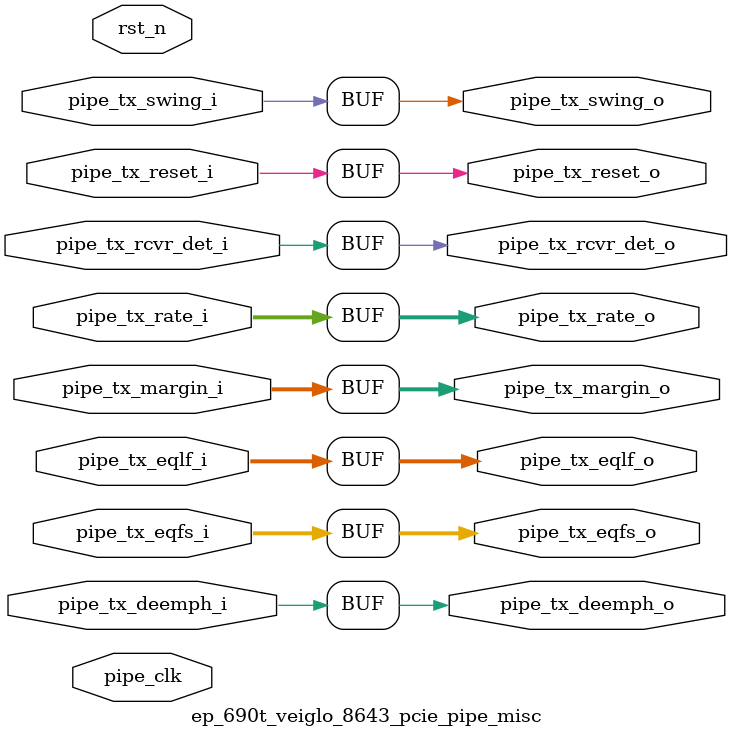
<source format=v>

`timescale 1ps/1ps

module ep_690t_veiglo_8643_pcie_pipe_misc #
(
  parameter        TCQ = 100,
  parameter        PIPE_PIPELINE_STAGES = 0    // 0 - 0 stages, 1 - 1 stage, 2 - 2 stages
) (

  input   wire        pipe_tx_rcvr_det_i      ,     // PIPE Tx Receiver Detect
  input   wire        pipe_tx_reset_i         ,     // PIPE Tx Reset
  input   wire [1:0]  pipe_tx_rate_i          ,     // PIPE Tx Rate
  input   wire        pipe_tx_deemph_i        ,     // PIPE Tx Deemphasis
  input   wire [2:0]  pipe_tx_margin_i        ,     // PIPE Tx Margin
  input   wire        pipe_tx_swing_i         ,     // PIPE Tx Swing
  input   wire [5:0]  pipe_tx_eqfs_i          ,     // PIPE Tx
  input   wire [5:0]  pipe_tx_eqlf_i          ,     // PIPE Tx
  output  wire        pipe_tx_rcvr_det_o      ,     // Pipelined PIPE Tx Receiver Detect
  output  wire        pipe_tx_reset_o         ,     // Pipelined PIPE Tx Reset
  output  wire [1:0]  pipe_tx_rate_o          ,     // Pipelined PIPE Tx Rate
  output  wire        pipe_tx_deemph_o        ,     // Pipelined PIPE Tx Deemphasis
  output  wire [2:0]  pipe_tx_margin_o        ,     // Pipelined PIPE Tx Margin
  output  wire        pipe_tx_swing_o         ,     // Pipelined PIPE Tx Swing
  output wire [5:0]  pipe_tx_eqfs_o           ,     // PIPE Tx
  output wire [5:0]  pipe_tx_eqlf_o           ,     // PIPE Tx

  input   wire        pipe_clk                ,     // PIPE Clock
  input   wire        rst_n                         // Reset
);

  //******************************************************************//
  // Reality check.                                                   //
  //******************************************************************//

  reg                pipe_tx_rcvr_det_q       ;
  reg                pipe_tx_reset_q          ;
  reg [1:0]          pipe_tx_rate_q           ;
  reg                pipe_tx_deemph_q         ;
  reg [2:0]          pipe_tx_margin_q         ;
  reg                pipe_tx_swing_q          ;
  reg                pipe_tx_eqfs_q          ;
  reg                pipe_tx_eqlf_q          ;

  reg                pipe_tx_rcvr_det_qq      ;
  reg                pipe_tx_reset_qq         ;
  reg [1:0]          pipe_tx_rate_qq          ;
  reg                pipe_tx_deemph_qq        ;
  reg [2:0]          pipe_tx_margin_qq        ;
  reg                pipe_tx_swing_qq         ;
  reg                pipe_tx_eqfs_qq          ;
  reg                pipe_tx_eqlf_qq          ;


  generate

  if (PIPE_PIPELINE_STAGES == 0) begin : pipe_stages_0

      assign pipe_tx_rcvr_det_o = pipe_tx_rcvr_det_i;
      assign pipe_tx_reset_o    = pipe_tx_reset_i;
      assign pipe_tx_rate_o     = pipe_tx_rate_i;
      assign pipe_tx_deemph_o   = pipe_tx_deemph_i;
      assign pipe_tx_margin_o   = pipe_tx_margin_i;
      assign pipe_tx_swing_o    = pipe_tx_swing_i;
      assign pipe_tx_eqfs_o     = pipe_tx_eqfs_i;
      assign pipe_tx_eqlf_o     = pipe_tx_eqlf_i;

  end // if (PIPE_PIPELINE_STAGES == 0)
  else if (PIPE_PIPELINE_STAGES == 1) begin : pipe_stages_1

    always @(posedge pipe_clk) begin

      if (!rst_n)
      begin

        pipe_tx_rcvr_det_q <= #TCQ 1'b0;
        pipe_tx_reset_q    <= #TCQ 1'b1;
        pipe_tx_rate_q     <= #TCQ 2'b0;
        pipe_tx_deemph_q   <= #TCQ 1'b1;
        pipe_tx_margin_q   <= #TCQ 3'b0;
        pipe_tx_swing_q    <= #TCQ 1'b0;
        pipe_tx_eqfs_q     <= #TCQ 5'b0;
        pipe_tx_eqlf_q     <= #TCQ 5'b0;

      end
      else
      begin

        pipe_tx_rcvr_det_q <= #TCQ pipe_tx_rcvr_det_i;
        pipe_tx_reset_q    <= #TCQ pipe_tx_reset_i;
        pipe_tx_rate_q     <= #TCQ pipe_tx_rate_i;
        pipe_tx_deemph_q   <= #TCQ pipe_tx_deemph_i;
        pipe_tx_margin_q   <= #TCQ pipe_tx_margin_i;
        pipe_tx_swing_q    <= #TCQ pipe_tx_swing_i;
        pipe_tx_eqfs_q     <= #TCQ pipe_tx_eqfs_i;
        pipe_tx_eqlf_q     <= #TCQ pipe_tx_eqlf_i;

      end

    end

    assign pipe_tx_rcvr_det_o = pipe_tx_rcvr_det_q;
    assign pipe_tx_reset_o    = pipe_tx_reset_q;
    assign pipe_tx_rate_o     = pipe_tx_rate_q;
    assign pipe_tx_deemph_o   = pipe_tx_deemph_q;
    assign pipe_tx_margin_o   = pipe_tx_margin_q;
    assign pipe_tx_swing_o    = pipe_tx_swing_q;
    assign pipe_tx_eqfs_o     = pipe_tx_eqfs_q;
    assign pipe_tx_eqlf_o     = pipe_tx_eqlf_q;

  end // if (PIPE_PIPELINE_STAGES == 1)
  else if (PIPE_PIPELINE_STAGES == 2) begin : pipe_stages_2

    always @(posedge pipe_clk) begin

      if (!rst_n)
      begin

        pipe_tx_rcvr_det_q  <= #TCQ 1'b0;
        pipe_tx_reset_q     <= #TCQ 1'b1;
        pipe_tx_rate_q      <= #TCQ 2'b0;
        pipe_tx_deemph_q    <= #TCQ 1'b1;
        pipe_tx_margin_q    <= #TCQ 1'b0;
        pipe_tx_swing_q     <= #TCQ 1'b0;
        pipe_tx_eqfs_q      <= #TCQ 5'b0;
        pipe_tx_eqlf_q      <= #TCQ 5'b0;

        pipe_tx_rcvr_det_qq <= #TCQ 1'b0;
        pipe_tx_reset_qq    <= #TCQ 1'b1;
        pipe_tx_rate_qq     <= #TCQ 2'b0;
        pipe_tx_deemph_qq   <= #TCQ 1'b1;
        pipe_tx_margin_qq   <= #TCQ 1'b0;
        pipe_tx_swing_qq    <= #TCQ 1'b0;
        pipe_tx_eqfs_qq     <= #TCQ 5'b0;
        pipe_tx_eqlf_qq     <= #TCQ 5'b0;

      end
      else
      begin

        pipe_tx_rcvr_det_q  <= #TCQ pipe_tx_rcvr_det_i;
        pipe_tx_reset_q     <= #TCQ pipe_tx_reset_i;
        pipe_tx_rate_q      <= #TCQ pipe_tx_rate_i;
        pipe_tx_deemph_q    <= #TCQ pipe_tx_deemph_i;
        pipe_tx_margin_q    <= #TCQ pipe_tx_margin_i;
        pipe_tx_swing_q     <= #TCQ pipe_tx_swing_i;
        pipe_tx_eqfs_q      <= #TCQ pipe_tx_eqfs_i;
        pipe_tx_eqlf_q      <= #TCQ pipe_tx_eqlf_i;

        pipe_tx_rcvr_det_qq <= #TCQ pipe_tx_rcvr_det_q;
        pipe_tx_reset_qq    <= #TCQ pipe_tx_reset_q;
        pipe_tx_rate_qq     <= #TCQ pipe_tx_rate_q;
        pipe_tx_deemph_qq   <= #TCQ pipe_tx_deemph_q;
        pipe_tx_margin_qq   <= #TCQ pipe_tx_margin_q;
        pipe_tx_swing_qq    <= #TCQ pipe_tx_swing_q;
        pipe_tx_eqfs_qq     <= #TCQ pipe_tx_eqfs_q;
        pipe_tx_eqlf_qq     <= #TCQ pipe_tx_eqlf_q;

      end

    end

    assign pipe_tx_rcvr_det_o = pipe_tx_rcvr_det_qq;
    assign pipe_tx_reset_o    = pipe_tx_reset_qq;
    assign pipe_tx_rate_o     = pipe_tx_rate_qq;
    assign pipe_tx_deemph_o   = pipe_tx_deemph_qq;
    assign pipe_tx_margin_o   = pipe_tx_margin_qq;
    assign pipe_tx_swing_o    = pipe_tx_swing_qq;
    assign pipe_tx_eqfs_o     = pipe_tx_eqfs_qq;
    assign pipe_tx_eqlf_o     = pipe_tx_eqlf_qq;

  end // if (PIPE_PIPELINE_STAGES == 2)

  // Default to zero pipeline stages if PIPE_PIPELINE_STAGES != 0,1,2
  else begin
    assign pipe_tx_rcvr_det_o = pipe_tx_rcvr_det_i;
    assign pipe_tx_reset_o    = pipe_tx_reset_i;
    assign pipe_tx_rate_o     = pipe_tx_rate_i;
    assign pipe_tx_deemph_o   = pipe_tx_deemph_i;
    assign pipe_tx_margin_o   = pipe_tx_margin_i;
    assign pipe_tx_swing_o    = pipe_tx_swing_i;
    assign pipe_tx_eqfs_o     = pipe_tx_eqfs_i;
    assign pipe_tx_eqlf_o     = pipe_tx_eqlf_i;
  end
  endgenerate

endmodule


</source>
